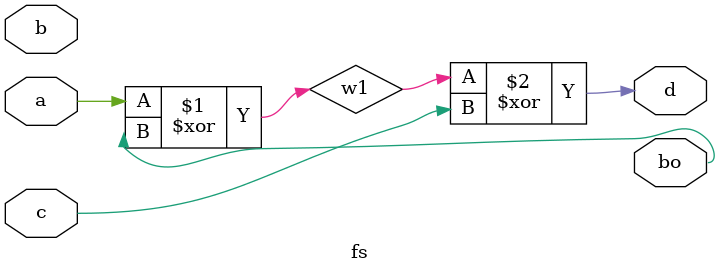
<source format=v>
module fs(d,bo,a,b,c);

output d,bo;
input a,b,c;
wire w1,w2,w3,w4,w5;
xor(w1,a,bo);
xor(d,w1,c);
not(w4,a);
not(w5,w1);
and(w2,w4,b);
and(w3,w5,c);
or(cout,w2,w3);

endmodule

</source>
